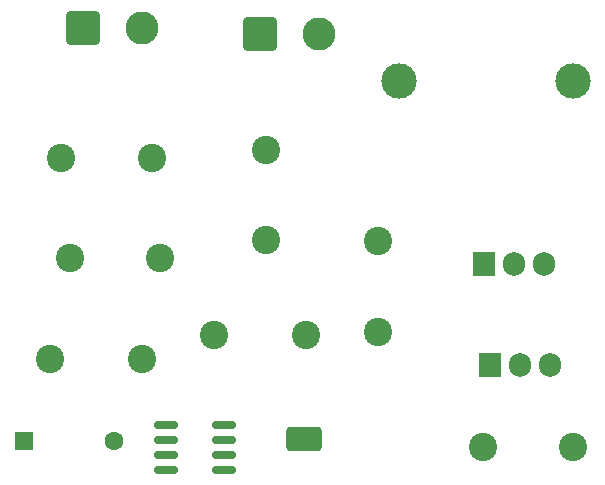
<source format=gbr>
%TF.GenerationSoftware,KiCad,Pcbnew,9.0.6*%
%TF.CreationDate,2025-11-19T21:55:10+05:30*%
%TF.ProjectId,class d  amplifier,636c6173-7320-4642-9020-616d706c6966,rev?*%
%TF.SameCoordinates,Original*%
%TF.FileFunction,Soldermask,Top*%
%TF.FilePolarity,Negative*%
%FSLAX46Y46*%
G04 Gerber Fmt 4.6, Leading zero omitted, Abs format (unit mm)*
G04 Created by KiCad (PCBNEW 9.0.6) date 2025-11-19 21:55:10*
%MOMM*%
%LPD*%
G01*
G04 APERTURE LIST*
G04 Aperture macros list*
%AMRoundRect*
0 Rectangle with rounded corners*
0 $1 Rounding radius*
0 $2 $3 $4 $5 $6 $7 $8 $9 X,Y pos of 4 corners*
0 Add a 4 corners polygon primitive as box body*
4,1,4,$2,$3,$4,$5,$6,$7,$8,$9,$2,$3,0*
0 Add four circle primitives for the rounded corners*
1,1,$1+$1,$2,$3*
1,1,$1+$1,$4,$5*
1,1,$1+$1,$6,$7*
1,1,$1+$1,$8,$9*
0 Add four rect primitives between the rounded corners*
20,1,$1+$1,$2,$3,$4,$5,0*
20,1,$1+$1,$4,$5,$6,$7,0*
20,1,$1+$1,$6,$7,$8,$9,0*
20,1,$1+$1,$8,$9,$2,$3,0*%
G04 Aperture macros list end*
%ADD10RoundRect,0.150000X-0.825000X-0.150000X0.825000X-0.150000X0.825000X0.150000X-0.825000X0.150000X0*%
%ADD11C,2.400000*%
%ADD12RoundRect,0.250000X-0.550000X-0.550000X0.550000X-0.550000X0.550000X0.550000X-0.550000X0.550000X0*%
%ADD13C,1.600000*%
%ADD14C,3.000000*%
%ADD15RoundRect,0.250000X1.250000X-0.750000X1.250000X0.750000X-1.250000X0.750000X-1.250000X-0.750000X0*%
%ADD16R,1.905000X2.000000*%
%ADD17O,1.905000X2.000000*%
%ADD18RoundRect,0.250001X-1.149999X-1.149999X1.149999X-1.149999X1.149999X1.149999X-1.149999X1.149999X0*%
%ADD19C,2.800000*%
G04 APERTURE END LIST*
D10*
%TO.C,U1*%
X95025000Y-90595000D03*
X95025000Y-91865000D03*
X95025000Y-93135000D03*
X95025000Y-94405000D03*
X99975000Y-94405000D03*
X99975000Y-93135000D03*
X99975000Y-91865000D03*
X99975000Y-90595000D03*
%TD*%
D11*
%TO.C,R1*%
X103500000Y-74910000D03*
X103500000Y-67290000D03*
%TD*%
D12*
%TO.C,D1*%
X83000000Y-92000000D03*
D13*
X90620000Y-92000000D03*
%TD*%
D14*
%TO.C,L1*%
X114800000Y-61500000D03*
X129500000Y-61500000D03*
%TD*%
D11*
%TO.C,C2*%
X85250000Y-85000000D03*
X93000000Y-85000000D03*
%TD*%
%TO.C,C3*%
X99125000Y-83000000D03*
X106875000Y-83000000D03*
%TD*%
D15*
%TO.C,J1*%
X106717500Y-91800000D03*
%TD*%
D11*
%TO.C,C1*%
X86125000Y-68000000D03*
X93875000Y-68000000D03*
%TD*%
D16*
%TO.C,Q1*%
X122000000Y-77000000D03*
D17*
X124540000Y-77000000D03*
X127080000Y-77000000D03*
%TD*%
D11*
%TO.C,R2*%
X86880000Y-76500000D03*
X94500000Y-76500000D03*
%TD*%
D18*
%TO.C,J3*%
X103000000Y-57500000D03*
D19*
X108000000Y-57500000D03*
%TD*%
D11*
%TO.C,R3*%
X121880000Y-92500000D03*
X129500000Y-92500000D03*
%TD*%
D16*
%TO.C,Q2*%
X122500000Y-85500000D03*
D17*
X125040000Y-85500000D03*
X127580000Y-85500000D03*
%TD*%
D18*
%TO.C,J2*%
X88000000Y-57000000D03*
D19*
X93000000Y-57000000D03*
%TD*%
D11*
%TO.C,C4*%
X113000000Y-82750000D03*
X113000000Y-75000000D03*
%TD*%
M02*

</source>
